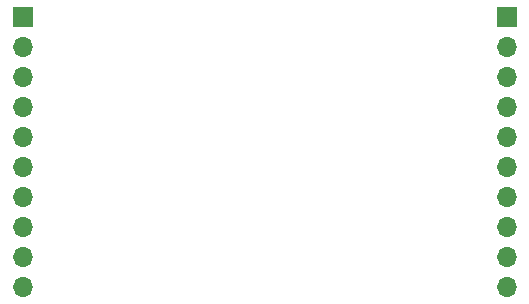
<source format=gbs>
G04 #@! TF.GenerationSoftware,KiCad,Pcbnew,8.0.8*
G04 #@! TF.CreationDate,2025-06-14T11:12:35+09:00*
G04 #@! TF.ProjectId,stm32c0_fdcan_module,73746d33-3263-4305-9f66-6463616e5f6d,rev?*
G04 #@! TF.SameCoordinates,Original*
G04 #@! TF.FileFunction,Soldermask,Bot*
G04 #@! TF.FilePolarity,Negative*
%FSLAX46Y46*%
G04 Gerber Fmt 4.6, Leading zero omitted, Abs format (unit mm)*
G04 Created by KiCad (PCBNEW 8.0.8) date 2025-06-14 11:12:35*
%MOMM*%
%LPD*%
G01*
G04 APERTURE LIST*
%ADD10R,1.700000X1.700000*%
%ADD11O,1.700000X1.700000*%
G04 APERTURE END LIST*
D10*
X145000000Y-87500000D03*
D11*
X145000000Y-90040000D03*
X145000000Y-92580000D03*
X145000000Y-95120000D03*
X145000000Y-97660000D03*
X145000000Y-100200000D03*
X145000000Y-102740000D03*
X145000000Y-105280000D03*
X145000000Y-107820000D03*
X145000000Y-110360000D03*
D10*
X104000000Y-87500000D03*
D11*
X104000000Y-90040000D03*
X104000000Y-92580000D03*
X104000000Y-95120000D03*
X104000000Y-97660000D03*
X104000000Y-100200000D03*
X104000000Y-102740000D03*
X104000000Y-105280000D03*
X104000000Y-107820000D03*
X104000000Y-110360000D03*
M02*

</source>
